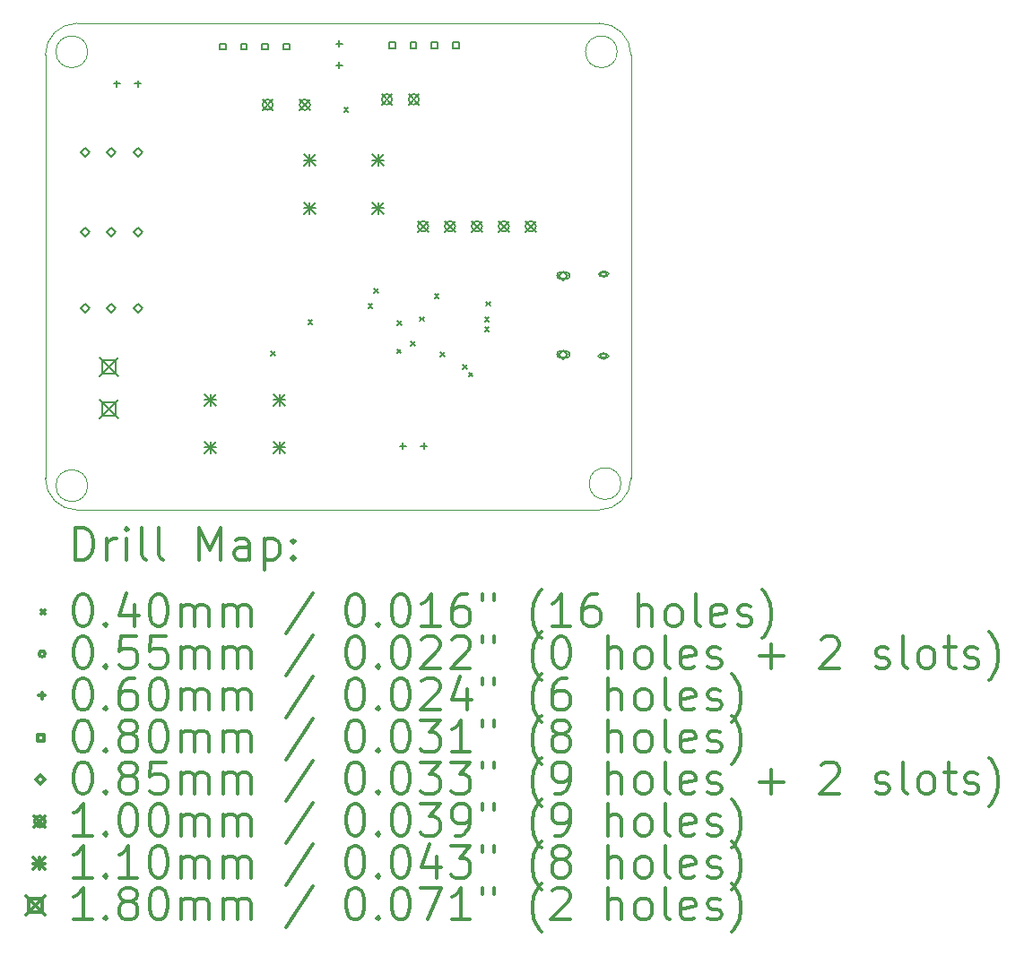
<source format=gbr>
%FSLAX45Y45*%
G04 Gerber Fmt 4.5, Leading zero omitted, Abs format (unit mm)*
G04 Created by KiCad (PCBNEW (5.1.6)-1) date 2021-06-25 13:52:58*
%MOMM*%
%LPD*%
G01*
G04 APERTURE LIST*
%TA.AperFunction,Profile*%
%ADD10C,0.050000*%
%TD*%
%ADD11C,0.200000*%
%ADD12C,0.300000*%
G04 APERTURE END LIST*
D10*
X11550000Y-10200000D02*
G75*
G03*
X11550000Y-10200000I-150000J0D01*
G01*
X16550000Y-10200000D02*
G75*
G03*
X16550000Y-10200000I-150000J0D01*
G01*
X16585000Y-14280000D02*
G75*
G03*
X16585000Y-14280000I-150000J0D01*
G01*
X11550000Y-14300000D02*
G75*
G03*
X11550000Y-14300000I-150000J0D01*
G01*
X11450000Y-14530000D02*
G75*
G02*
X11150000Y-14230000I0J300000D01*
G01*
X16680000Y-14230000D02*
G75*
G02*
X16380000Y-14530000I-300000J0D01*
G01*
X16380000Y-9930000D02*
G75*
G02*
X16680000Y-10230000I0J-300000D01*
G01*
X11150000Y-10230000D02*
G75*
G02*
X11450000Y-9930000I300000J0D01*
G01*
X11150000Y-14230000D02*
X11150000Y-10230000D01*
X16380000Y-14530000D02*
X11450000Y-14530000D01*
X16680000Y-10230000D02*
X16680000Y-14230000D01*
X11450000Y-9930000D02*
X16380000Y-9930000D01*
D11*
X13280000Y-13030000D02*
X13320000Y-13070000D01*
X13320000Y-13030000D02*
X13280000Y-13070000D01*
X13630908Y-12734999D02*
X13670908Y-12774999D01*
X13670908Y-12734999D02*
X13630908Y-12774999D01*
X13970000Y-10730000D02*
X14010000Y-10770000D01*
X14010000Y-10730000D02*
X13970000Y-10770000D01*
X14200000Y-12580000D02*
X14240000Y-12620000D01*
X14240000Y-12580000D02*
X14200000Y-12620000D01*
X14252286Y-12439436D02*
X14292286Y-12479436D01*
X14292286Y-12439436D02*
X14252286Y-12479436D01*
X14470000Y-13010000D02*
X14510000Y-13050000D01*
X14510000Y-13010000D02*
X14470000Y-13050000D01*
X14474668Y-12744435D02*
X14514668Y-12784435D01*
X14514668Y-12744435D02*
X14474668Y-12784435D01*
X14600000Y-12940000D02*
X14640000Y-12980000D01*
X14640000Y-12940000D02*
X14600000Y-12980000D01*
X14686271Y-12705332D02*
X14726271Y-12745332D01*
X14726271Y-12705332D02*
X14686271Y-12745332D01*
X14824647Y-12491666D02*
X14864647Y-12531666D01*
X14864647Y-12491666D02*
X14824647Y-12531666D01*
X14880000Y-13040000D02*
X14920000Y-13080000D01*
X14920000Y-13040000D02*
X14880000Y-13080000D01*
X15090000Y-13160000D02*
X15130000Y-13200000D01*
X15130000Y-13160000D02*
X15090000Y-13200000D01*
X15146223Y-13230278D02*
X15186223Y-13270278D01*
X15186223Y-13230278D02*
X15146223Y-13270278D01*
X15300000Y-12709999D02*
X15340000Y-12749999D01*
X15340000Y-12709999D02*
X15300000Y-12749999D01*
X15300000Y-12800000D02*
X15340000Y-12840000D01*
X15340000Y-12800000D02*
X15300000Y-12840000D01*
X15310000Y-12560000D02*
X15350000Y-12600000D01*
X15350000Y-12560000D02*
X15310000Y-12600000D01*
X16450000Y-12300000D02*
G75*
G03*
X16450000Y-12300000I-27500J0D01*
G01*
X16390000Y-12317500D02*
X16455000Y-12317500D01*
X16390000Y-12282500D02*
X16455000Y-12282500D01*
X16455000Y-12317500D02*
G75*
G03*
X16455000Y-12282500I0J17500D01*
G01*
X16390000Y-12282500D02*
G75*
G03*
X16390000Y-12317500I0J-17500D01*
G01*
X16450000Y-13075000D02*
G75*
G03*
X16450000Y-13075000I-27500J0D01*
G01*
X16390000Y-13092500D02*
X16455000Y-13092500D01*
X16390000Y-13057500D02*
X16455000Y-13057500D01*
X16455000Y-13092500D02*
G75*
G03*
X16455000Y-13057500I0J17500D01*
G01*
X16390000Y-13057500D02*
G75*
G03*
X16390000Y-13092500I0J-17500D01*
G01*
X14525000Y-13895000D02*
X14525000Y-13955000D01*
X14495000Y-13925000D02*
X14555000Y-13925000D01*
X14725000Y-13895000D02*
X14725000Y-13955000D01*
X14695000Y-13925000D02*
X14755000Y-13925000D01*
X11825000Y-10470000D02*
X11825000Y-10530000D01*
X11795000Y-10500000D02*
X11855000Y-10500000D01*
X12025000Y-10470000D02*
X12025000Y-10530000D01*
X11995000Y-10500000D02*
X12055000Y-10500000D01*
X13925000Y-10095000D02*
X13925000Y-10155000D01*
X13895000Y-10125000D02*
X13955000Y-10125000D01*
X13925000Y-10295000D02*
X13925000Y-10355000D01*
X13895000Y-10325000D02*
X13955000Y-10325000D01*
X12853284Y-10178285D02*
X12853284Y-10121716D01*
X12796715Y-10121716D01*
X12796715Y-10178285D01*
X12853284Y-10178285D01*
X13053284Y-10178285D02*
X13053284Y-10121716D01*
X12996715Y-10121716D01*
X12996715Y-10178285D01*
X13053284Y-10178285D01*
X13253284Y-10178285D02*
X13253284Y-10121716D01*
X13196715Y-10121716D01*
X13196715Y-10178285D01*
X13253284Y-10178285D01*
X13453284Y-10178285D02*
X13453284Y-10121716D01*
X13396715Y-10121716D01*
X13396715Y-10178285D01*
X13453284Y-10178285D01*
X14453284Y-10168285D02*
X14453284Y-10111716D01*
X14396715Y-10111716D01*
X14396715Y-10168285D01*
X14453284Y-10168285D01*
X14653284Y-10168285D02*
X14653284Y-10111716D01*
X14596715Y-10111716D01*
X14596715Y-10168285D01*
X14653284Y-10168285D01*
X14853284Y-10168285D02*
X14853284Y-10111716D01*
X14796715Y-10111716D01*
X14796715Y-10168285D01*
X14853284Y-10168285D01*
X15053284Y-10168285D02*
X15053284Y-10111716D01*
X14996715Y-10111716D01*
X14996715Y-10168285D01*
X15053284Y-10168285D01*
X11525000Y-12667500D02*
X11567500Y-12625000D01*
X11525000Y-12582500D01*
X11482500Y-12625000D01*
X11525000Y-12667500D01*
X11775000Y-12667500D02*
X11817500Y-12625000D01*
X11775000Y-12582500D01*
X11732500Y-12625000D01*
X11775000Y-12667500D01*
X12025000Y-12667500D02*
X12067500Y-12625000D01*
X12025000Y-12582500D01*
X11982500Y-12625000D01*
X12025000Y-12667500D01*
X11525000Y-11192500D02*
X11567500Y-11150000D01*
X11525000Y-11107500D01*
X11482500Y-11150000D01*
X11525000Y-11192500D01*
X11775000Y-11192500D02*
X11817500Y-11150000D01*
X11775000Y-11107500D01*
X11732500Y-11150000D01*
X11775000Y-11192500D01*
X12025000Y-11192500D02*
X12067500Y-11150000D01*
X12025000Y-11107500D01*
X11982500Y-11150000D01*
X12025000Y-11192500D01*
X16042500Y-12357500D02*
X16085000Y-12315000D01*
X16042500Y-12272500D01*
X16000000Y-12315000D01*
X16042500Y-12357500D01*
X16015000Y-12347500D02*
X16070000Y-12347500D01*
X16015000Y-12282500D02*
X16070000Y-12282500D01*
X16070000Y-12347500D02*
G75*
G03*
X16070000Y-12282500I0J32500D01*
G01*
X16015000Y-12282500D02*
G75*
G03*
X16015000Y-12347500I0J-32500D01*
G01*
X16042500Y-13102500D02*
X16085000Y-13060000D01*
X16042500Y-13017500D01*
X16000000Y-13060000D01*
X16042500Y-13102500D01*
X16015000Y-13092500D02*
X16070000Y-13092500D01*
X16015000Y-13027500D02*
X16070000Y-13027500D01*
X16070000Y-13092500D02*
G75*
G03*
X16070000Y-13027500I0J32500D01*
G01*
X16015000Y-13027500D02*
G75*
G03*
X16015000Y-13092500I0J-32500D01*
G01*
X11525000Y-11942500D02*
X11567500Y-11900000D01*
X11525000Y-11857500D01*
X11482500Y-11900000D01*
X11525000Y-11942500D01*
X11775000Y-11942500D02*
X11817500Y-11900000D01*
X11775000Y-11857500D01*
X11732500Y-11900000D01*
X11775000Y-11942500D01*
X12025000Y-11942500D02*
X12067500Y-11900000D01*
X12025000Y-11857500D01*
X11982500Y-11900000D01*
X12025000Y-11942500D01*
X13550000Y-10650000D02*
X13650000Y-10750000D01*
X13650000Y-10650000D02*
X13550000Y-10750000D01*
X13650000Y-10700000D02*
G75*
G03*
X13650000Y-10700000I-50000J0D01*
G01*
X14325000Y-10600000D02*
X14425000Y-10700000D01*
X14425000Y-10600000D02*
X14325000Y-10700000D01*
X14425000Y-10650000D02*
G75*
G03*
X14425000Y-10650000I-50000J0D01*
G01*
X14579000Y-10600000D02*
X14679000Y-10700000D01*
X14679000Y-10600000D02*
X14579000Y-10700000D01*
X14679000Y-10650000D02*
G75*
G03*
X14679000Y-10650000I-50000J0D01*
G01*
X13200000Y-10650000D02*
X13300000Y-10750000D01*
X13300000Y-10650000D02*
X13200000Y-10750000D01*
X13300000Y-10700000D02*
G75*
G03*
X13300000Y-10700000I-50000J0D01*
G01*
X14667000Y-11800000D02*
X14767000Y-11900000D01*
X14767000Y-11800000D02*
X14667000Y-11900000D01*
X14767000Y-11850000D02*
G75*
G03*
X14767000Y-11850000I-50000J0D01*
G01*
X14921000Y-11800000D02*
X15021000Y-11900000D01*
X15021000Y-11800000D02*
X14921000Y-11900000D01*
X15021000Y-11850000D02*
G75*
G03*
X15021000Y-11850000I-50000J0D01*
G01*
X15175000Y-11800000D02*
X15275000Y-11900000D01*
X15275000Y-11800000D02*
X15175000Y-11900000D01*
X15275000Y-11850000D02*
G75*
G03*
X15275000Y-11850000I-50000J0D01*
G01*
X15429000Y-11800000D02*
X15529000Y-11900000D01*
X15529000Y-11800000D02*
X15429000Y-11900000D01*
X15529000Y-11850000D02*
G75*
G03*
X15529000Y-11850000I-50000J0D01*
G01*
X15683000Y-11800000D02*
X15783000Y-11900000D01*
X15783000Y-11800000D02*
X15683000Y-11900000D01*
X15783000Y-11850000D02*
G75*
G03*
X15783000Y-11850000I-50000J0D01*
G01*
X12655000Y-13432500D02*
X12765000Y-13542500D01*
X12765000Y-13432500D02*
X12655000Y-13542500D01*
X12710000Y-13432500D02*
X12710000Y-13542500D01*
X12655000Y-13487500D02*
X12765000Y-13487500D01*
X12655000Y-13882500D02*
X12765000Y-13992500D01*
X12765000Y-13882500D02*
X12655000Y-13992500D01*
X12710000Y-13882500D02*
X12710000Y-13992500D01*
X12655000Y-13937500D02*
X12765000Y-13937500D01*
X13305000Y-13432500D02*
X13415000Y-13542500D01*
X13415000Y-13432500D02*
X13305000Y-13542500D01*
X13360000Y-13432500D02*
X13360000Y-13542500D01*
X13305000Y-13487500D02*
X13415000Y-13487500D01*
X13305000Y-13882500D02*
X13415000Y-13992500D01*
X13415000Y-13882500D02*
X13305000Y-13992500D01*
X13360000Y-13882500D02*
X13360000Y-13992500D01*
X13305000Y-13937500D02*
X13415000Y-13937500D01*
X13590000Y-11170000D02*
X13700000Y-11280000D01*
X13700000Y-11170000D02*
X13590000Y-11280000D01*
X13645000Y-11170000D02*
X13645000Y-11280000D01*
X13590000Y-11225000D02*
X13700000Y-11225000D01*
X13590000Y-11620000D02*
X13700000Y-11730000D01*
X13700000Y-11620000D02*
X13590000Y-11730000D01*
X13645000Y-11620000D02*
X13645000Y-11730000D01*
X13590000Y-11675000D02*
X13700000Y-11675000D01*
X14240000Y-11170000D02*
X14350000Y-11280000D01*
X14350000Y-11170000D02*
X14240000Y-11280000D01*
X14295000Y-11170000D02*
X14295000Y-11280000D01*
X14240000Y-11225000D02*
X14350000Y-11225000D01*
X14240000Y-11620000D02*
X14350000Y-11730000D01*
X14350000Y-11620000D02*
X14240000Y-11730000D01*
X14295000Y-11620000D02*
X14295000Y-11730000D01*
X14240000Y-11675000D02*
X14350000Y-11675000D01*
X11660000Y-13087000D02*
X11840000Y-13267000D01*
X11840000Y-13087000D02*
X11660000Y-13267000D01*
X11813640Y-13240640D02*
X11813640Y-13113360D01*
X11686360Y-13113360D01*
X11686360Y-13240640D01*
X11813640Y-13240640D01*
X11660000Y-13483000D02*
X11840000Y-13663000D01*
X11840000Y-13483000D02*
X11660000Y-13663000D01*
X11813640Y-13636640D02*
X11813640Y-13509360D01*
X11686360Y-13509360D01*
X11686360Y-13636640D01*
X11813640Y-13636640D01*
D12*
X11433928Y-14998214D02*
X11433928Y-14698214D01*
X11505357Y-14698214D01*
X11548214Y-14712500D01*
X11576786Y-14741071D01*
X11591071Y-14769643D01*
X11605357Y-14826786D01*
X11605357Y-14869643D01*
X11591071Y-14926786D01*
X11576786Y-14955357D01*
X11548214Y-14983929D01*
X11505357Y-14998214D01*
X11433928Y-14998214D01*
X11733928Y-14998214D02*
X11733928Y-14798214D01*
X11733928Y-14855357D02*
X11748214Y-14826786D01*
X11762500Y-14812500D01*
X11791071Y-14798214D01*
X11819643Y-14798214D01*
X11919643Y-14998214D02*
X11919643Y-14798214D01*
X11919643Y-14698214D02*
X11905357Y-14712500D01*
X11919643Y-14726786D01*
X11933928Y-14712500D01*
X11919643Y-14698214D01*
X11919643Y-14726786D01*
X12105357Y-14998214D02*
X12076786Y-14983929D01*
X12062500Y-14955357D01*
X12062500Y-14698214D01*
X12262500Y-14998214D02*
X12233928Y-14983929D01*
X12219643Y-14955357D01*
X12219643Y-14698214D01*
X12605357Y-14998214D02*
X12605357Y-14698214D01*
X12705357Y-14912500D01*
X12805357Y-14698214D01*
X12805357Y-14998214D01*
X13076786Y-14998214D02*
X13076786Y-14841071D01*
X13062500Y-14812500D01*
X13033928Y-14798214D01*
X12976786Y-14798214D01*
X12948214Y-14812500D01*
X13076786Y-14983929D02*
X13048214Y-14998214D01*
X12976786Y-14998214D01*
X12948214Y-14983929D01*
X12933928Y-14955357D01*
X12933928Y-14926786D01*
X12948214Y-14898214D01*
X12976786Y-14883929D01*
X13048214Y-14883929D01*
X13076786Y-14869643D01*
X13219643Y-14798214D02*
X13219643Y-15098214D01*
X13219643Y-14812500D02*
X13248214Y-14798214D01*
X13305357Y-14798214D01*
X13333928Y-14812500D01*
X13348214Y-14826786D01*
X13362500Y-14855357D01*
X13362500Y-14941071D01*
X13348214Y-14969643D01*
X13333928Y-14983929D01*
X13305357Y-14998214D01*
X13248214Y-14998214D01*
X13219643Y-14983929D01*
X13491071Y-14969643D02*
X13505357Y-14983929D01*
X13491071Y-14998214D01*
X13476786Y-14983929D01*
X13491071Y-14969643D01*
X13491071Y-14998214D01*
X13491071Y-14812500D02*
X13505357Y-14826786D01*
X13491071Y-14841071D01*
X13476786Y-14826786D01*
X13491071Y-14812500D01*
X13491071Y-14841071D01*
X11107500Y-15472500D02*
X11147500Y-15512500D01*
X11147500Y-15472500D02*
X11107500Y-15512500D01*
X11491071Y-15328214D02*
X11519643Y-15328214D01*
X11548214Y-15342500D01*
X11562500Y-15356786D01*
X11576786Y-15385357D01*
X11591071Y-15442500D01*
X11591071Y-15513929D01*
X11576786Y-15571071D01*
X11562500Y-15599643D01*
X11548214Y-15613929D01*
X11519643Y-15628214D01*
X11491071Y-15628214D01*
X11462500Y-15613929D01*
X11448214Y-15599643D01*
X11433928Y-15571071D01*
X11419643Y-15513929D01*
X11419643Y-15442500D01*
X11433928Y-15385357D01*
X11448214Y-15356786D01*
X11462500Y-15342500D01*
X11491071Y-15328214D01*
X11719643Y-15599643D02*
X11733928Y-15613929D01*
X11719643Y-15628214D01*
X11705357Y-15613929D01*
X11719643Y-15599643D01*
X11719643Y-15628214D01*
X11991071Y-15428214D02*
X11991071Y-15628214D01*
X11919643Y-15313929D02*
X11848214Y-15528214D01*
X12033928Y-15528214D01*
X12205357Y-15328214D02*
X12233928Y-15328214D01*
X12262500Y-15342500D01*
X12276786Y-15356786D01*
X12291071Y-15385357D01*
X12305357Y-15442500D01*
X12305357Y-15513929D01*
X12291071Y-15571071D01*
X12276786Y-15599643D01*
X12262500Y-15613929D01*
X12233928Y-15628214D01*
X12205357Y-15628214D01*
X12176786Y-15613929D01*
X12162500Y-15599643D01*
X12148214Y-15571071D01*
X12133928Y-15513929D01*
X12133928Y-15442500D01*
X12148214Y-15385357D01*
X12162500Y-15356786D01*
X12176786Y-15342500D01*
X12205357Y-15328214D01*
X12433928Y-15628214D02*
X12433928Y-15428214D01*
X12433928Y-15456786D02*
X12448214Y-15442500D01*
X12476786Y-15428214D01*
X12519643Y-15428214D01*
X12548214Y-15442500D01*
X12562500Y-15471071D01*
X12562500Y-15628214D01*
X12562500Y-15471071D02*
X12576786Y-15442500D01*
X12605357Y-15428214D01*
X12648214Y-15428214D01*
X12676786Y-15442500D01*
X12691071Y-15471071D01*
X12691071Y-15628214D01*
X12833928Y-15628214D02*
X12833928Y-15428214D01*
X12833928Y-15456786D02*
X12848214Y-15442500D01*
X12876786Y-15428214D01*
X12919643Y-15428214D01*
X12948214Y-15442500D01*
X12962500Y-15471071D01*
X12962500Y-15628214D01*
X12962500Y-15471071D02*
X12976786Y-15442500D01*
X13005357Y-15428214D01*
X13048214Y-15428214D01*
X13076786Y-15442500D01*
X13091071Y-15471071D01*
X13091071Y-15628214D01*
X13676786Y-15313929D02*
X13419643Y-15699643D01*
X14062500Y-15328214D02*
X14091071Y-15328214D01*
X14119643Y-15342500D01*
X14133928Y-15356786D01*
X14148214Y-15385357D01*
X14162500Y-15442500D01*
X14162500Y-15513929D01*
X14148214Y-15571071D01*
X14133928Y-15599643D01*
X14119643Y-15613929D01*
X14091071Y-15628214D01*
X14062500Y-15628214D01*
X14033928Y-15613929D01*
X14019643Y-15599643D01*
X14005357Y-15571071D01*
X13991071Y-15513929D01*
X13991071Y-15442500D01*
X14005357Y-15385357D01*
X14019643Y-15356786D01*
X14033928Y-15342500D01*
X14062500Y-15328214D01*
X14291071Y-15599643D02*
X14305357Y-15613929D01*
X14291071Y-15628214D01*
X14276786Y-15613929D01*
X14291071Y-15599643D01*
X14291071Y-15628214D01*
X14491071Y-15328214D02*
X14519643Y-15328214D01*
X14548214Y-15342500D01*
X14562500Y-15356786D01*
X14576786Y-15385357D01*
X14591071Y-15442500D01*
X14591071Y-15513929D01*
X14576786Y-15571071D01*
X14562500Y-15599643D01*
X14548214Y-15613929D01*
X14519643Y-15628214D01*
X14491071Y-15628214D01*
X14462500Y-15613929D01*
X14448214Y-15599643D01*
X14433928Y-15571071D01*
X14419643Y-15513929D01*
X14419643Y-15442500D01*
X14433928Y-15385357D01*
X14448214Y-15356786D01*
X14462500Y-15342500D01*
X14491071Y-15328214D01*
X14876786Y-15628214D02*
X14705357Y-15628214D01*
X14791071Y-15628214D02*
X14791071Y-15328214D01*
X14762500Y-15371071D01*
X14733928Y-15399643D01*
X14705357Y-15413929D01*
X15133928Y-15328214D02*
X15076786Y-15328214D01*
X15048214Y-15342500D01*
X15033928Y-15356786D01*
X15005357Y-15399643D01*
X14991071Y-15456786D01*
X14991071Y-15571071D01*
X15005357Y-15599643D01*
X15019643Y-15613929D01*
X15048214Y-15628214D01*
X15105357Y-15628214D01*
X15133928Y-15613929D01*
X15148214Y-15599643D01*
X15162500Y-15571071D01*
X15162500Y-15499643D01*
X15148214Y-15471071D01*
X15133928Y-15456786D01*
X15105357Y-15442500D01*
X15048214Y-15442500D01*
X15019643Y-15456786D01*
X15005357Y-15471071D01*
X14991071Y-15499643D01*
X15276786Y-15328214D02*
X15276786Y-15385357D01*
X15391071Y-15328214D02*
X15391071Y-15385357D01*
X15833928Y-15742500D02*
X15819643Y-15728214D01*
X15791071Y-15685357D01*
X15776786Y-15656786D01*
X15762500Y-15613929D01*
X15748214Y-15542500D01*
X15748214Y-15485357D01*
X15762500Y-15413929D01*
X15776786Y-15371071D01*
X15791071Y-15342500D01*
X15819643Y-15299643D01*
X15833928Y-15285357D01*
X16105357Y-15628214D02*
X15933928Y-15628214D01*
X16019643Y-15628214D02*
X16019643Y-15328214D01*
X15991071Y-15371071D01*
X15962500Y-15399643D01*
X15933928Y-15413929D01*
X16362500Y-15328214D02*
X16305357Y-15328214D01*
X16276786Y-15342500D01*
X16262500Y-15356786D01*
X16233928Y-15399643D01*
X16219643Y-15456786D01*
X16219643Y-15571071D01*
X16233928Y-15599643D01*
X16248214Y-15613929D01*
X16276786Y-15628214D01*
X16333928Y-15628214D01*
X16362500Y-15613929D01*
X16376786Y-15599643D01*
X16391071Y-15571071D01*
X16391071Y-15499643D01*
X16376786Y-15471071D01*
X16362500Y-15456786D01*
X16333928Y-15442500D01*
X16276786Y-15442500D01*
X16248214Y-15456786D01*
X16233928Y-15471071D01*
X16219643Y-15499643D01*
X16748214Y-15628214D02*
X16748214Y-15328214D01*
X16876786Y-15628214D02*
X16876786Y-15471071D01*
X16862500Y-15442500D01*
X16833928Y-15428214D01*
X16791071Y-15428214D01*
X16762500Y-15442500D01*
X16748214Y-15456786D01*
X17062500Y-15628214D02*
X17033928Y-15613929D01*
X17019643Y-15599643D01*
X17005357Y-15571071D01*
X17005357Y-15485357D01*
X17019643Y-15456786D01*
X17033928Y-15442500D01*
X17062500Y-15428214D01*
X17105357Y-15428214D01*
X17133928Y-15442500D01*
X17148214Y-15456786D01*
X17162500Y-15485357D01*
X17162500Y-15571071D01*
X17148214Y-15599643D01*
X17133928Y-15613929D01*
X17105357Y-15628214D01*
X17062500Y-15628214D01*
X17333928Y-15628214D02*
X17305357Y-15613929D01*
X17291071Y-15585357D01*
X17291071Y-15328214D01*
X17562500Y-15613929D02*
X17533928Y-15628214D01*
X17476786Y-15628214D01*
X17448214Y-15613929D01*
X17433928Y-15585357D01*
X17433928Y-15471071D01*
X17448214Y-15442500D01*
X17476786Y-15428214D01*
X17533928Y-15428214D01*
X17562500Y-15442500D01*
X17576786Y-15471071D01*
X17576786Y-15499643D01*
X17433928Y-15528214D01*
X17691071Y-15613929D02*
X17719643Y-15628214D01*
X17776786Y-15628214D01*
X17805357Y-15613929D01*
X17819643Y-15585357D01*
X17819643Y-15571071D01*
X17805357Y-15542500D01*
X17776786Y-15528214D01*
X17733928Y-15528214D01*
X17705357Y-15513929D01*
X17691071Y-15485357D01*
X17691071Y-15471071D01*
X17705357Y-15442500D01*
X17733928Y-15428214D01*
X17776786Y-15428214D01*
X17805357Y-15442500D01*
X17919643Y-15742500D02*
X17933928Y-15728214D01*
X17962500Y-15685357D01*
X17976786Y-15656786D01*
X17991071Y-15613929D01*
X18005357Y-15542500D01*
X18005357Y-15485357D01*
X17991071Y-15413929D01*
X17976786Y-15371071D01*
X17962500Y-15342500D01*
X17933928Y-15299643D01*
X17919643Y-15285357D01*
X11147500Y-15888500D02*
G75*
G03*
X11147500Y-15888500I-27500J0D01*
G01*
X11491071Y-15724214D02*
X11519643Y-15724214D01*
X11548214Y-15738500D01*
X11562500Y-15752786D01*
X11576786Y-15781357D01*
X11591071Y-15838500D01*
X11591071Y-15909929D01*
X11576786Y-15967071D01*
X11562500Y-15995643D01*
X11548214Y-16009929D01*
X11519643Y-16024214D01*
X11491071Y-16024214D01*
X11462500Y-16009929D01*
X11448214Y-15995643D01*
X11433928Y-15967071D01*
X11419643Y-15909929D01*
X11419643Y-15838500D01*
X11433928Y-15781357D01*
X11448214Y-15752786D01*
X11462500Y-15738500D01*
X11491071Y-15724214D01*
X11719643Y-15995643D02*
X11733928Y-16009929D01*
X11719643Y-16024214D01*
X11705357Y-16009929D01*
X11719643Y-15995643D01*
X11719643Y-16024214D01*
X12005357Y-15724214D02*
X11862500Y-15724214D01*
X11848214Y-15867071D01*
X11862500Y-15852786D01*
X11891071Y-15838500D01*
X11962500Y-15838500D01*
X11991071Y-15852786D01*
X12005357Y-15867071D01*
X12019643Y-15895643D01*
X12019643Y-15967071D01*
X12005357Y-15995643D01*
X11991071Y-16009929D01*
X11962500Y-16024214D01*
X11891071Y-16024214D01*
X11862500Y-16009929D01*
X11848214Y-15995643D01*
X12291071Y-15724214D02*
X12148214Y-15724214D01*
X12133928Y-15867071D01*
X12148214Y-15852786D01*
X12176786Y-15838500D01*
X12248214Y-15838500D01*
X12276786Y-15852786D01*
X12291071Y-15867071D01*
X12305357Y-15895643D01*
X12305357Y-15967071D01*
X12291071Y-15995643D01*
X12276786Y-16009929D01*
X12248214Y-16024214D01*
X12176786Y-16024214D01*
X12148214Y-16009929D01*
X12133928Y-15995643D01*
X12433928Y-16024214D02*
X12433928Y-15824214D01*
X12433928Y-15852786D02*
X12448214Y-15838500D01*
X12476786Y-15824214D01*
X12519643Y-15824214D01*
X12548214Y-15838500D01*
X12562500Y-15867071D01*
X12562500Y-16024214D01*
X12562500Y-15867071D02*
X12576786Y-15838500D01*
X12605357Y-15824214D01*
X12648214Y-15824214D01*
X12676786Y-15838500D01*
X12691071Y-15867071D01*
X12691071Y-16024214D01*
X12833928Y-16024214D02*
X12833928Y-15824214D01*
X12833928Y-15852786D02*
X12848214Y-15838500D01*
X12876786Y-15824214D01*
X12919643Y-15824214D01*
X12948214Y-15838500D01*
X12962500Y-15867071D01*
X12962500Y-16024214D01*
X12962500Y-15867071D02*
X12976786Y-15838500D01*
X13005357Y-15824214D01*
X13048214Y-15824214D01*
X13076786Y-15838500D01*
X13091071Y-15867071D01*
X13091071Y-16024214D01*
X13676786Y-15709929D02*
X13419643Y-16095643D01*
X14062500Y-15724214D02*
X14091071Y-15724214D01*
X14119643Y-15738500D01*
X14133928Y-15752786D01*
X14148214Y-15781357D01*
X14162500Y-15838500D01*
X14162500Y-15909929D01*
X14148214Y-15967071D01*
X14133928Y-15995643D01*
X14119643Y-16009929D01*
X14091071Y-16024214D01*
X14062500Y-16024214D01*
X14033928Y-16009929D01*
X14019643Y-15995643D01*
X14005357Y-15967071D01*
X13991071Y-15909929D01*
X13991071Y-15838500D01*
X14005357Y-15781357D01*
X14019643Y-15752786D01*
X14033928Y-15738500D01*
X14062500Y-15724214D01*
X14291071Y-15995643D02*
X14305357Y-16009929D01*
X14291071Y-16024214D01*
X14276786Y-16009929D01*
X14291071Y-15995643D01*
X14291071Y-16024214D01*
X14491071Y-15724214D02*
X14519643Y-15724214D01*
X14548214Y-15738500D01*
X14562500Y-15752786D01*
X14576786Y-15781357D01*
X14591071Y-15838500D01*
X14591071Y-15909929D01*
X14576786Y-15967071D01*
X14562500Y-15995643D01*
X14548214Y-16009929D01*
X14519643Y-16024214D01*
X14491071Y-16024214D01*
X14462500Y-16009929D01*
X14448214Y-15995643D01*
X14433928Y-15967071D01*
X14419643Y-15909929D01*
X14419643Y-15838500D01*
X14433928Y-15781357D01*
X14448214Y-15752786D01*
X14462500Y-15738500D01*
X14491071Y-15724214D01*
X14705357Y-15752786D02*
X14719643Y-15738500D01*
X14748214Y-15724214D01*
X14819643Y-15724214D01*
X14848214Y-15738500D01*
X14862500Y-15752786D01*
X14876786Y-15781357D01*
X14876786Y-15809929D01*
X14862500Y-15852786D01*
X14691071Y-16024214D01*
X14876786Y-16024214D01*
X14991071Y-15752786D02*
X15005357Y-15738500D01*
X15033928Y-15724214D01*
X15105357Y-15724214D01*
X15133928Y-15738500D01*
X15148214Y-15752786D01*
X15162500Y-15781357D01*
X15162500Y-15809929D01*
X15148214Y-15852786D01*
X14976786Y-16024214D01*
X15162500Y-16024214D01*
X15276786Y-15724214D02*
X15276786Y-15781357D01*
X15391071Y-15724214D02*
X15391071Y-15781357D01*
X15833928Y-16138500D02*
X15819643Y-16124214D01*
X15791071Y-16081357D01*
X15776786Y-16052786D01*
X15762500Y-16009929D01*
X15748214Y-15938500D01*
X15748214Y-15881357D01*
X15762500Y-15809929D01*
X15776786Y-15767071D01*
X15791071Y-15738500D01*
X15819643Y-15695643D01*
X15833928Y-15681357D01*
X16005357Y-15724214D02*
X16033928Y-15724214D01*
X16062500Y-15738500D01*
X16076786Y-15752786D01*
X16091071Y-15781357D01*
X16105357Y-15838500D01*
X16105357Y-15909929D01*
X16091071Y-15967071D01*
X16076786Y-15995643D01*
X16062500Y-16009929D01*
X16033928Y-16024214D01*
X16005357Y-16024214D01*
X15976786Y-16009929D01*
X15962500Y-15995643D01*
X15948214Y-15967071D01*
X15933928Y-15909929D01*
X15933928Y-15838500D01*
X15948214Y-15781357D01*
X15962500Y-15752786D01*
X15976786Y-15738500D01*
X16005357Y-15724214D01*
X16462500Y-16024214D02*
X16462500Y-15724214D01*
X16591071Y-16024214D02*
X16591071Y-15867071D01*
X16576786Y-15838500D01*
X16548214Y-15824214D01*
X16505357Y-15824214D01*
X16476786Y-15838500D01*
X16462500Y-15852786D01*
X16776786Y-16024214D02*
X16748214Y-16009929D01*
X16733928Y-15995643D01*
X16719643Y-15967071D01*
X16719643Y-15881357D01*
X16733928Y-15852786D01*
X16748214Y-15838500D01*
X16776786Y-15824214D01*
X16819643Y-15824214D01*
X16848214Y-15838500D01*
X16862500Y-15852786D01*
X16876786Y-15881357D01*
X16876786Y-15967071D01*
X16862500Y-15995643D01*
X16848214Y-16009929D01*
X16819643Y-16024214D01*
X16776786Y-16024214D01*
X17048214Y-16024214D02*
X17019643Y-16009929D01*
X17005357Y-15981357D01*
X17005357Y-15724214D01*
X17276786Y-16009929D02*
X17248214Y-16024214D01*
X17191071Y-16024214D01*
X17162500Y-16009929D01*
X17148214Y-15981357D01*
X17148214Y-15867071D01*
X17162500Y-15838500D01*
X17191071Y-15824214D01*
X17248214Y-15824214D01*
X17276786Y-15838500D01*
X17291071Y-15867071D01*
X17291071Y-15895643D01*
X17148214Y-15924214D01*
X17405357Y-16009929D02*
X17433928Y-16024214D01*
X17491071Y-16024214D01*
X17519643Y-16009929D01*
X17533928Y-15981357D01*
X17533928Y-15967071D01*
X17519643Y-15938500D01*
X17491071Y-15924214D01*
X17448214Y-15924214D01*
X17419643Y-15909929D01*
X17405357Y-15881357D01*
X17405357Y-15867071D01*
X17419643Y-15838500D01*
X17448214Y-15824214D01*
X17491071Y-15824214D01*
X17519643Y-15838500D01*
X17891071Y-15909929D02*
X18119643Y-15909929D01*
X18005357Y-16024214D02*
X18005357Y-15795643D01*
X18476786Y-15752786D02*
X18491071Y-15738500D01*
X18519643Y-15724214D01*
X18591071Y-15724214D01*
X18619643Y-15738500D01*
X18633928Y-15752786D01*
X18648214Y-15781357D01*
X18648214Y-15809929D01*
X18633928Y-15852786D01*
X18462500Y-16024214D01*
X18648214Y-16024214D01*
X18991071Y-16009929D02*
X19019643Y-16024214D01*
X19076786Y-16024214D01*
X19105357Y-16009929D01*
X19119643Y-15981357D01*
X19119643Y-15967071D01*
X19105357Y-15938500D01*
X19076786Y-15924214D01*
X19033928Y-15924214D01*
X19005357Y-15909929D01*
X18991071Y-15881357D01*
X18991071Y-15867071D01*
X19005357Y-15838500D01*
X19033928Y-15824214D01*
X19076786Y-15824214D01*
X19105357Y-15838500D01*
X19291071Y-16024214D02*
X19262500Y-16009929D01*
X19248214Y-15981357D01*
X19248214Y-15724214D01*
X19448214Y-16024214D02*
X19419643Y-16009929D01*
X19405357Y-15995643D01*
X19391071Y-15967071D01*
X19391071Y-15881357D01*
X19405357Y-15852786D01*
X19419643Y-15838500D01*
X19448214Y-15824214D01*
X19491071Y-15824214D01*
X19519643Y-15838500D01*
X19533928Y-15852786D01*
X19548214Y-15881357D01*
X19548214Y-15967071D01*
X19533928Y-15995643D01*
X19519643Y-16009929D01*
X19491071Y-16024214D01*
X19448214Y-16024214D01*
X19633928Y-15824214D02*
X19748214Y-15824214D01*
X19676786Y-15724214D02*
X19676786Y-15981357D01*
X19691071Y-16009929D01*
X19719643Y-16024214D01*
X19748214Y-16024214D01*
X19833928Y-16009929D02*
X19862500Y-16024214D01*
X19919643Y-16024214D01*
X19948214Y-16009929D01*
X19962500Y-15981357D01*
X19962500Y-15967071D01*
X19948214Y-15938500D01*
X19919643Y-15924214D01*
X19876786Y-15924214D01*
X19848214Y-15909929D01*
X19833928Y-15881357D01*
X19833928Y-15867071D01*
X19848214Y-15838500D01*
X19876786Y-15824214D01*
X19919643Y-15824214D01*
X19948214Y-15838500D01*
X20062500Y-16138500D02*
X20076786Y-16124214D01*
X20105357Y-16081357D01*
X20119643Y-16052786D01*
X20133928Y-16009929D01*
X20148214Y-15938500D01*
X20148214Y-15881357D01*
X20133928Y-15809929D01*
X20119643Y-15767071D01*
X20105357Y-15738500D01*
X20076786Y-15695643D01*
X20062500Y-15681357D01*
X11117500Y-16254500D02*
X11117500Y-16314500D01*
X11087500Y-16284500D02*
X11147500Y-16284500D01*
X11491071Y-16120214D02*
X11519643Y-16120214D01*
X11548214Y-16134500D01*
X11562500Y-16148786D01*
X11576786Y-16177357D01*
X11591071Y-16234500D01*
X11591071Y-16305929D01*
X11576786Y-16363071D01*
X11562500Y-16391643D01*
X11548214Y-16405929D01*
X11519643Y-16420214D01*
X11491071Y-16420214D01*
X11462500Y-16405929D01*
X11448214Y-16391643D01*
X11433928Y-16363071D01*
X11419643Y-16305929D01*
X11419643Y-16234500D01*
X11433928Y-16177357D01*
X11448214Y-16148786D01*
X11462500Y-16134500D01*
X11491071Y-16120214D01*
X11719643Y-16391643D02*
X11733928Y-16405929D01*
X11719643Y-16420214D01*
X11705357Y-16405929D01*
X11719643Y-16391643D01*
X11719643Y-16420214D01*
X11991071Y-16120214D02*
X11933928Y-16120214D01*
X11905357Y-16134500D01*
X11891071Y-16148786D01*
X11862500Y-16191643D01*
X11848214Y-16248786D01*
X11848214Y-16363071D01*
X11862500Y-16391643D01*
X11876786Y-16405929D01*
X11905357Y-16420214D01*
X11962500Y-16420214D01*
X11991071Y-16405929D01*
X12005357Y-16391643D01*
X12019643Y-16363071D01*
X12019643Y-16291643D01*
X12005357Y-16263071D01*
X11991071Y-16248786D01*
X11962500Y-16234500D01*
X11905357Y-16234500D01*
X11876786Y-16248786D01*
X11862500Y-16263071D01*
X11848214Y-16291643D01*
X12205357Y-16120214D02*
X12233928Y-16120214D01*
X12262500Y-16134500D01*
X12276786Y-16148786D01*
X12291071Y-16177357D01*
X12305357Y-16234500D01*
X12305357Y-16305929D01*
X12291071Y-16363071D01*
X12276786Y-16391643D01*
X12262500Y-16405929D01*
X12233928Y-16420214D01*
X12205357Y-16420214D01*
X12176786Y-16405929D01*
X12162500Y-16391643D01*
X12148214Y-16363071D01*
X12133928Y-16305929D01*
X12133928Y-16234500D01*
X12148214Y-16177357D01*
X12162500Y-16148786D01*
X12176786Y-16134500D01*
X12205357Y-16120214D01*
X12433928Y-16420214D02*
X12433928Y-16220214D01*
X12433928Y-16248786D02*
X12448214Y-16234500D01*
X12476786Y-16220214D01*
X12519643Y-16220214D01*
X12548214Y-16234500D01*
X12562500Y-16263071D01*
X12562500Y-16420214D01*
X12562500Y-16263071D02*
X12576786Y-16234500D01*
X12605357Y-16220214D01*
X12648214Y-16220214D01*
X12676786Y-16234500D01*
X12691071Y-16263071D01*
X12691071Y-16420214D01*
X12833928Y-16420214D02*
X12833928Y-16220214D01*
X12833928Y-16248786D02*
X12848214Y-16234500D01*
X12876786Y-16220214D01*
X12919643Y-16220214D01*
X12948214Y-16234500D01*
X12962500Y-16263071D01*
X12962500Y-16420214D01*
X12962500Y-16263071D02*
X12976786Y-16234500D01*
X13005357Y-16220214D01*
X13048214Y-16220214D01*
X13076786Y-16234500D01*
X13091071Y-16263071D01*
X13091071Y-16420214D01*
X13676786Y-16105929D02*
X13419643Y-16491643D01*
X14062500Y-16120214D02*
X14091071Y-16120214D01*
X14119643Y-16134500D01*
X14133928Y-16148786D01*
X14148214Y-16177357D01*
X14162500Y-16234500D01*
X14162500Y-16305929D01*
X14148214Y-16363071D01*
X14133928Y-16391643D01*
X14119643Y-16405929D01*
X14091071Y-16420214D01*
X14062500Y-16420214D01*
X14033928Y-16405929D01*
X14019643Y-16391643D01*
X14005357Y-16363071D01*
X13991071Y-16305929D01*
X13991071Y-16234500D01*
X14005357Y-16177357D01*
X14019643Y-16148786D01*
X14033928Y-16134500D01*
X14062500Y-16120214D01*
X14291071Y-16391643D02*
X14305357Y-16405929D01*
X14291071Y-16420214D01*
X14276786Y-16405929D01*
X14291071Y-16391643D01*
X14291071Y-16420214D01*
X14491071Y-16120214D02*
X14519643Y-16120214D01*
X14548214Y-16134500D01*
X14562500Y-16148786D01*
X14576786Y-16177357D01*
X14591071Y-16234500D01*
X14591071Y-16305929D01*
X14576786Y-16363071D01*
X14562500Y-16391643D01*
X14548214Y-16405929D01*
X14519643Y-16420214D01*
X14491071Y-16420214D01*
X14462500Y-16405929D01*
X14448214Y-16391643D01*
X14433928Y-16363071D01*
X14419643Y-16305929D01*
X14419643Y-16234500D01*
X14433928Y-16177357D01*
X14448214Y-16148786D01*
X14462500Y-16134500D01*
X14491071Y-16120214D01*
X14705357Y-16148786D02*
X14719643Y-16134500D01*
X14748214Y-16120214D01*
X14819643Y-16120214D01*
X14848214Y-16134500D01*
X14862500Y-16148786D01*
X14876786Y-16177357D01*
X14876786Y-16205929D01*
X14862500Y-16248786D01*
X14691071Y-16420214D01*
X14876786Y-16420214D01*
X15133928Y-16220214D02*
X15133928Y-16420214D01*
X15062500Y-16105929D02*
X14991071Y-16320214D01*
X15176786Y-16320214D01*
X15276786Y-16120214D02*
X15276786Y-16177357D01*
X15391071Y-16120214D02*
X15391071Y-16177357D01*
X15833928Y-16534500D02*
X15819643Y-16520214D01*
X15791071Y-16477357D01*
X15776786Y-16448786D01*
X15762500Y-16405929D01*
X15748214Y-16334500D01*
X15748214Y-16277357D01*
X15762500Y-16205929D01*
X15776786Y-16163071D01*
X15791071Y-16134500D01*
X15819643Y-16091643D01*
X15833928Y-16077357D01*
X16076786Y-16120214D02*
X16019643Y-16120214D01*
X15991071Y-16134500D01*
X15976786Y-16148786D01*
X15948214Y-16191643D01*
X15933928Y-16248786D01*
X15933928Y-16363071D01*
X15948214Y-16391643D01*
X15962500Y-16405929D01*
X15991071Y-16420214D01*
X16048214Y-16420214D01*
X16076786Y-16405929D01*
X16091071Y-16391643D01*
X16105357Y-16363071D01*
X16105357Y-16291643D01*
X16091071Y-16263071D01*
X16076786Y-16248786D01*
X16048214Y-16234500D01*
X15991071Y-16234500D01*
X15962500Y-16248786D01*
X15948214Y-16263071D01*
X15933928Y-16291643D01*
X16462500Y-16420214D02*
X16462500Y-16120214D01*
X16591071Y-16420214D02*
X16591071Y-16263071D01*
X16576786Y-16234500D01*
X16548214Y-16220214D01*
X16505357Y-16220214D01*
X16476786Y-16234500D01*
X16462500Y-16248786D01*
X16776786Y-16420214D02*
X16748214Y-16405929D01*
X16733928Y-16391643D01*
X16719643Y-16363071D01*
X16719643Y-16277357D01*
X16733928Y-16248786D01*
X16748214Y-16234500D01*
X16776786Y-16220214D01*
X16819643Y-16220214D01*
X16848214Y-16234500D01*
X16862500Y-16248786D01*
X16876786Y-16277357D01*
X16876786Y-16363071D01*
X16862500Y-16391643D01*
X16848214Y-16405929D01*
X16819643Y-16420214D01*
X16776786Y-16420214D01*
X17048214Y-16420214D02*
X17019643Y-16405929D01*
X17005357Y-16377357D01*
X17005357Y-16120214D01*
X17276786Y-16405929D02*
X17248214Y-16420214D01*
X17191071Y-16420214D01*
X17162500Y-16405929D01*
X17148214Y-16377357D01*
X17148214Y-16263071D01*
X17162500Y-16234500D01*
X17191071Y-16220214D01*
X17248214Y-16220214D01*
X17276786Y-16234500D01*
X17291071Y-16263071D01*
X17291071Y-16291643D01*
X17148214Y-16320214D01*
X17405357Y-16405929D02*
X17433928Y-16420214D01*
X17491071Y-16420214D01*
X17519643Y-16405929D01*
X17533928Y-16377357D01*
X17533928Y-16363071D01*
X17519643Y-16334500D01*
X17491071Y-16320214D01*
X17448214Y-16320214D01*
X17419643Y-16305929D01*
X17405357Y-16277357D01*
X17405357Y-16263071D01*
X17419643Y-16234500D01*
X17448214Y-16220214D01*
X17491071Y-16220214D01*
X17519643Y-16234500D01*
X17633928Y-16534500D02*
X17648214Y-16520214D01*
X17676786Y-16477357D01*
X17691071Y-16448786D01*
X17705357Y-16405929D01*
X17719643Y-16334500D01*
X17719643Y-16277357D01*
X17705357Y-16205929D01*
X17691071Y-16163071D01*
X17676786Y-16134500D01*
X17648214Y-16091643D01*
X17633928Y-16077357D01*
X11135784Y-16708785D02*
X11135784Y-16652216D01*
X11079215Y-16652216D01*
X11079215Y-16708785D01*
X11135784Y-16708785D01*
X11491071Y-16516214D02*
X11519643Y-16516214D01*
X11548214Y-16530500D01*
X11562500Y-16544786D01*
X11576786Y-16573357D01*
X11591071Y-16630500D01*
X11591071Y-16701929D01*
X11576786Y-16759071D01*
X11562500Y-16787643D01*
X11548214Y-16801929D01*
X11519643Y-16816214D01*
X11491071Y-16816214D01*
X11462500Y-16801929D01*
X11448214Y-16787643D01*
X11433928Y-16759071D01*
X11419643Y-16701929D01*
X11419643Y-16630500D01*
X11433928Y-16573357D01*
X11448214Y-16544786D01*
X11462500Y-16530500D01*
X11491071Y-16516214D01*
X11719643Y-16787643D02*
X11733928Y-16801929D01*
X11719643Y-16816214D01*
X11705357Y-16801929D01*
X11719643Y-16787643D01*
X11719643Y-16816214D01*
X11905357Y-16644786D02*
X11876786Y-16630500D01*
X11862500Y-16616214D01*
X11848214Y-16587643D01*
X11848214Y-16573357D01*
X11862500Y-16544786D01*
X11876786Y-16530500D01*
X11905357Y-16516214D01*
X11962500Y-16516214D01*
X11991071Y-16530500D01*
X12005357Y-16544786D01*
X12019643Y-16573357D01*
X12019643Y-16587643D01*
X12005357Y-16616214D01*
X11991071Y-16630500D01*
X11962500Y-16644786D01*
X11905357Y-16644786D01*
X11876786Y-16659071D01*
X11862500Y-16673357D01*
X11848214Y-16701929D01*
X11848214Y-16759071D01*
X11862500Y-16787643D01*
X11876786Y-16801929D01*
X11905357Y-16816214D01*
X11962500Y-16816214D01*
X11991071Y-16801929D01*
X12005357Y-16787643D01*
X12019643Y-16759071D01*
X12019643Y-16701929D01*
X12005357Y-16673357D01*
X11991071Y-16659071D01*
X11962500Y-16644786D01*
X12205357Y-16516214D02*
X12233928Y-16516214D01*
X12262500Y-16530500D01*
X12276786Y-16544786D01*
X12291071Y-16573357D01*
X12305357Y-16630500D01*
X12305357Y-16701929D01*
X12291071Y-16759071D01*
X12276786Y-16787643D01*
X12262500Y-16801929D01*
X12233928Y-16816214D01*
X12205357Y-16816214D01*
X12176786Y-16801929D01*
X12162500Y-16787643D01*
X12148214Y-16759071D01*
X12133928Y-16701929D01*
X12133928Y-16630500D01*
X12148214Y-16573357D01*
X12162500Y-16544786D01*
X12176786Y-16530500D01*
X12205357Y-16516214D01*
X12433928Y-16816214D02*
X12433928Y-16616214D01*
X12433928Y-16644786D02*
X12448214Y-16630500D01*
X12476786Y-16616214D01*
X12519643Y-16616214D01*
X12548214Y-16630500D01*
X12562500Y-16659071D01*
X12562500Y-16816214D01*
X12562500Y-16659071D02*
X12576786Y-16630500D01*
X12605357Y-16616214D01*
X12648214Y-16616214D01*
X12676786Y-16630500D01*
X12691071Y-16659071D01*
X12691071Y-16816214D01*
X12833928Y-16816214D02*
X12833928Y-16616214D01*
X12833928Y-16644786D02*
X12848214Y-16630500D01*
X12876786Y-16616214D01*
X12919643Y-16616214D01*
X12948214Y-16630500D01*
X12962500Y-16659071D01*
X12962500Y-16816214D01*
X12962500Y-16659071D02*
X12976786Y-16630500D01*
X13005357Y-16616214D01*
X13048214Y-16616214D01*
X13076786Y-16630500D01*
X13091071Y-16659071D01*
X13091071Y-16816214D01*
X13676786Y-16501929D02*
X13419643Y-16887643D01*
X14062500Y-16516214D02*
X14091071Y-16516214D01*
X14119643Y-16530500D01*
X14133928Y-16544786D01*
X14148214Y-16573357D01*
X14162500Y-16630500D01*
X14162500Y-16701929D01*
X14148214Y-16759071D01*
X14133928Y-16787643D01*
X14119643Y-16801929D01*
X14091071Y-16816214D01*
X14062500Y-16816214D01*
X14033928Y-16801929D01*
X14019643Y-16787643D01*
X14005357Y-16759071D01*
X13991071Y-16701929D01*
X13991071Y-16630500D01*
X14005357Y-16573357D01*
X14019643Y-16544786D01*
X14033928Y-16530500D01*
X14062500Y-16516214D01*
X14291071Y-16787643D02*
X14305357Y-16801929D01*
X14291071Y-16816214D01*
X14276786Y-16801929D01*
X14291071Y-16787643D01*
X14291071Y-16816214D01*
X14491071Y-16516214D02*
X14519643Y-16516214D01*
X14548214Y-16530500D01*
X14562500Y-16544786D01*
X14576786Y-16573357D01*
X14591071Y-16630500D01*
X14591071Y-16701929D01*
X14576786Y-16759071D01*
X14562500Y-16787643D01*
X14548214Y-16801929D01*
X14519643Y-16816214D01*
X14491071Y-16816214D01*
X14462500Y-16801929D01*
X14448214Y-16787643D01*
X14433928Y-16759071D01*
X14419643Y-16701929D01*
X14419643Y-16630500D01*
X14433928Y-16573357D01*
X14448214Y-16544786D01*
X14462500Y-16530500D01*
X14491071Y-16516214D01*
X14691071Y-16516214D02*
X14876786Y-16516214D01*
X14776786Y-16630500D01*
X14819643Y-16630500D01*
X14848214Y-16644786D01*
X14862500Y-16659071D01*
X14876786Y-16687643D01*
X14876786Y-16759071D01*
X14862500Y-16787643D01*
X14848214Y-16801929D01*
X14819643Y-16816214D01*
X14733928Y-16816214D01*
X14705357Y-16801929D01*
X14691071Y-16787643D01*
X15162500Y-16816214D02*
X14991071Y-16816214D01*
X15076786Y-16816214D02*
X15076786Y-16516214D01*
X15048214Y-16559071D01*
X15019643Y-16587643D01*
X14991071Y-16601929D01*
X15276786Y-16516214D02*
X15276786Y-16573357D01*
X15391071Y-16516214D02*
X15391071Y-16573357D01*
X15833928Y-16930500D02*
X15819643Y-16916214D01*
X15791071Y-16873357D01*
X15776786Y-16844786D01*
X15762500Y-16801929D01*
X15748214Y-16730500D01*
X15748214Y-16673357D01*
X15762500Y-16601929D01*
X15776786Y-16559071D01*
X15791071Y-16530500D01*
X15819643Y-16487643D01*
X15833928Y-16473357D01*
X15991071Y-16644786D02*
X15962500Y-16630500D01*
X15948214Y-16616214D01*
X15933928Y-16587643D01*
X15933928Y-16573357D01*
X15948214Y-16544786D01*
X15962500Y-16530500D01*
X15991071Y-16516214D01*
X16048214Y-16516214D01*
X16076786Y-16530500D01*
X16091071Y-16544786D01*
X16105357Y-16573357D01*
X16105357Y-16587643D01*
X16091071Y-16616214D01*
X16076786Y-16630500D01*
X16048214Y-16644786D01*
X15991071Y-16644786D01*
X15962500Y-16659071D01*
X15948214Y-16673357D01*
X15933928Y-16701929D01*
X15933928Y-16759071D01*
X15948214Y-16787643D01*
X15962500Y-16801929D01*
X15991071Y-16816214D01*
X16048214Y-16816214D01*
X16076786Y-16801929D01*
X16091071Y-16787643D01*
X16105357Y-16759071D01*
X16105357Y-16701929D01*
X16091071Y-16673357D01*
X16076786Y-16659071D01*
X16048214Y-16644786D01*
X16462500Y-16816214D02*
X16462500Y-16516214D01*
X16591071Y-16816214D02*
X16591071Y-16659071D01*
X16576786Y-16630500D01*
X16548214Y-16616214D01*
X16505357Y-16616214D01*
X16476786Y-16630500D01*
X16462500Y-16644786D01*
X16776786Y-16816214D02*
X16748214Y-16801929D01*
X16733928Y-16787643D01*
X16719643Y-16759071D01*
X16719643Y-16673357D01*
X16733928Y-16644786D01*
X16748214Y-16630500D01*
X16776786Y-16616214D01*
X16819643Y-16616214D01*
X16848214Y-16630500D01*
X16862500Y-16644786D01*
X16876786Y-16673357D01*
X16876786Y-16759071D01*
X16862500Y-16787643D01*
X16848214Y-16801929D01*
X16819643Y-16816214D01*
X16776786Y-16816214D01*
X17048214Y-16816214D02*
X17019643Y-16801929D01*
X17005357Y-16773357D01*
X17005357Y-16516214D01*
X17276786Y-16801929D02*
X17248214Y-16816214D01*
X17191071Y-16816214D01*
X17162500Y-16801929D01*
X17148214Y-16773357D01*
X17148214Y-16659071D01*
X17162500Y-16630500D01*
X17191071Y-16616214D01*
X17248214Y-16616214D01*
X17276786Y-16630500D01*
X17291071Y-16659071D01*
X17291071Y-16687643D01*
X17148214Y-16716214D01*
X17405357Y-16801929D02*
X17433928Y-16816214D01*
X17491071Y-16816214D01*
X17519643Y-16801929D01*
X17533928Y-16773357D01*
X17533928Y-16759071D01*
X17519643Y-16730500D01*
X17491071Y-16716214D01*
X17448214Y-16716214D01*
X17419643Y-16701929D01*
X17405357Y-16673357D01*
X17405357Y-16659071D01*
X17419643Y-16630500D01*
X17448214Y-16616214D01*
X17491071Y-16616214D01*
X17519643Y-16630500D01*
X17633928Y-16930500D02*
X17648214Y-16916214D01*
X17676786Y-16873357D01*
X17691071Y-16844786D01*
X17705357Y-16801929D01*
X17719643Y-16730500D01*
X17719643Y-16673357D01*
X17705357Y-16601929D01*
X17691071Y-16559071D01*
X17676786Y-16530500D01*
X17648214Y-16487643D01*
X17633928Y-16473357D01*
X11105000Y-17119000D02*
X11147500Y-17076500D01*
X11105000Y-17034000D01*
X11062500Y-17076500D01*
X11105000Y-17119000D01*
X11491071Y-16912214D02*
X11519643Y-16912214D01*
X11548214Y-16926500D01*
X11562500Y-16940786D01*
X11576786Y-16969357D01*
X11591071Y-17026500D01*
X11591071Y-17097929D01*
X11576786Y-17155072D01*
X11562500Y-17183643D01*
X11548214Y-17197929D01*
X11519643Y-17212214D01*
X11491071Y-17212214D01*
X11462500Y-17197929D01*
X11448214Y-17183643D01*
X11433928Y-17155072D01*
X11419643Y-17097929D01*
X11419643Y-17026500D01*
X11433928Y-16969357D01*
X11448214Y-16940786D01*
X11462500Y-16926500D01*
X11491071Y-16912214D01*
X11719643Y-17183643D02*
X11733928Y-17197929D01*
X11719643Y-17212214D01*
X11705357Y-17197929D01*
X11719643Y-17183643D01*
X11719643Y-17212214D01*
X11905357Y-17040786D02*
X11876786Y-17026500D01*
X11862500Y-17012214D01*
X11848214Y-16983643D01*
X11848214Y-16969357D01*
X11862500Y-16940786D01*
X11876786Y-16926500D01*
X11905357Y-16912214D01*
X11962500Y-16912214D01*
X11991071Y-16926500D01*
X12005357Y-16940786D01*
X12019643Y-16969357D01*
X12019643Y-16983643D01*
X12005357Y-17012214D01*
X11991071Y-17026500D01*
X11962500Y-17040786D01*
X11905357Y-17040786D01*
X11876786Y-17055072D01*
X11862500Y-17069357D01*
X11848214Y-17097929D01*
X11848214Y-17155072D01*
X11862500Y-17183643D01*
X11876786Y-17197929D01*
X11905357Y-17212214D01*
X11962500Y-17212214D01*
X11991071Y-17197929D01*
X12005357Y-17183643D01*
X12019643Y-17155072D01*
X12019643Y-17097929D01*
X12005357Y-17069357D01*
X11991071Y-17055072D01*
X11962500Y-17040786D01*
X12291071Y-16912214D02*
X12148214Y-16912214D01*
X12133928Y-17055072D01*
X12148214Y-17040786D01*
X12176786Y-17026500D01*
X12248214Y-17026500D01*
X12276786Y-17040786D01*
X12291071Y-17055072D01*
X12305357Y-17083643D01*
X12305357Y-17155072D01*
X12291071Y-17183643D01*
X12276786Y-17197929D01*
X12248214Y-17212214D01*
X12176786Y-17212214D01*
X12148214Y-17197929D01*
X12133928Y-17183643D01*
X12433928Y-17212214D02*
X12433928Y-17012214D01*
X12433928Y-17040786D02*
X12448214Y-17026500D01*
X12476786Y-17012214D01*
X12519643Y-17012214D01*
X12548214Y-17026500D01*
X12562500Y-17055072D01*
X12562500Y-17212214D01*
X12562500Y-17055072D02*
X12576786Y-17026500D01*
X12605357Y-17012214D01*
X12648214Y-17012214D01*
X12676786Y-17026500D01*
X12691071Y-17055072D01*
X12691071Y-17212214D01*
X12833928Y-17212214D02*
X12833928Y-17012214D01*
X12833928Y-17040786D02*
X12848214Y-17026500D01*
X12876786Y-17012214D01*
X12919643Y-17012214D01*
X12948214Y-17026500D01*
X12962500Y-17055072D01*
X12962500Y-17212214D01*
X12962500Y-17055072D02*
X12976786Y-17026500D01*
X13005357Y-17012214D01*
X13048214Y-17012214D01*
X13076786Y-17026500D01*
X13091071Y-17055072D01*
X13091071Y-17212214D01*
X13676786Y-16897929D02*
X13419643Y-17283643D01*
X14062500Y-16912214D02*
X14091071Y-16912214D01*
X14119643Y-16926500D01*
X14133928Y-16940786D01*
X14148214Y-16969357D01*
X14162500Y-17026500D01*
X14162500Y-17097929D01*
X14148214Y-17155072D01*
X14133928Y-17183643D01*
X14119643Y-17197929D01*
X14091071Y-17212214D01*
X14062500Y-17212214D01*
X14033928Y-17197929D01*
X14019643Y-17183643D01*
X14005357Y-17155072D01*
X13991071Y-17097929D01*
X13991071Y-17026500D01*
X14005357Y-16969357D01*
X14019643Y-16940786D01*
X14033928Y-16926500D01*
X14062500Y-16912214D01*
X14291071Y-17183643D02*
X14305357Y-17197929D01*
X14291071Y-17212214D01*
X14276786Y-17197929D01*
X14291071Y-17183643D01*
X14291071Y-17212214D01*
X14491071Y-16912214D02*
X14519643Y-16912214D01*
X14548214Y-16926500D01*
X14562500Y-16940786D01*
X14576786Y-16969357D01*
X14591071Y-17026500D01*
X14591071Y-17097929D01*
X14576786Y-17155072D01*
X14562500Y-17183643D01*
X14548214Y-17197929D01*
X14519643Y-17212214D01*
X14491071Y-17212214D01*
X14462500Y-17197929D01*
X14448214Y-17183643D01*
X14433928Y-17155072D01*
X14419643Y-17097929D01*
X14419643Y-17026500D01*
X14433928Y-16969357D01*
X14448214Y-16940786D01*
X14462500Y-16926500D01*
X14491071Y-16912214D01*
X14691071Y-16912214D02*
X14876786Y-16912214D01*
X14776786Y-17026500D01*
X14819643Y-17026500D01*
X14848214Y-17040786D01*
X14862500Y-17055072D01*
X14876786Y-17083643D01*
X14876786Y-17155072D01*
X14862500Y-17183643D01*
X14848214Y-17197929D01*
X14819643Y-17212214D01*
X14733928Y-17212214D01*
X14705357Y-17197929D01*
X14691071Y-17183643D01*
X14976786Y-16912214D02*
X15162500Y-16912214D01*
X15062500Y-17026500D01*
X15105357Y-17026500D01*
X15133928Y-17040786D01*
X15148214Y-17055072D01*
X15162500Y-17083643D01*
X15162500Y-17155072D01*
X15148214Y-17183643D01*
X15133928Y-17197929D01*
X15105357Y-17212214D01*
X15019643Y-17212214D01*
X14991071Y-17197929D01*
X14976786Y-17183643D01*
X15276786Y-16912214D02*
X15276786Y-16969357D01*
X15391071Y-16912214D02*
X15391071Y-16969357D01*
X15833928Y-17326500D02*
X15819643Y-17312214D01*
X15791071Y-17269357D01*
X15776786Y-17240786D01*
X15762500Y-17197929D01*
X15748214Y-17126500D01*
X15748214Y-17069357D01*
X15762500Y-16997929D01*
X15776786Y-16955072D01*
X15791071Y-16926500D01*
X15819643Y-16883643D01*
X15833928Y-16869357D01*
X15962500Y-17212214D02*
X16019643Y-17212214D01*
X16048214Y-17197929D01*
X16062500Y-17183643D01*
X16091071Y-17140786D01*
X16105357Y-17083643D01*
X16105357Y-16969357D01*
X16091071Y-16940786D01*
X16076786Y-16926500D01*
X16048214Y-16912214D01*
X15991071Y-16912214D01*
X15962500Y-16926500D01*
X15948214Y-16940786D01*
X15933928Y-16969357D01*
X15933928Y-17040786D01*
X15948214Y-17069357D01*
X15962500Y-17083643D01*
X15991071Y-17097929D01*
X16048214Y-17097929D01*
X16076786Y-17083643D01*
X16091071Y-17069357D01*
X16105357Y-17040786D01*
X16462500Y-17212214D02*
X16462500Y-16912214D01*
X16591071Y-17212214D02*
X16591071Y-17055072D01*
X16576786Y-17026500D01*
X16548214Y-17012214D01*
X16505357Y-17012214D01*
X16476786Y-17026500D01*
X16462500Y-17040786D01*
X16776786Y-17212214D02*
X16748214Y-17197929D01*
X16733928Y-17183643D01*
X16719643Y-17155072D01*
X16719643Y-17069357D01*
X16733928Y-17040786D01*
X16748214Y-17026500D01*
X16776786Y-17012214D01*
X16819643Y-17012214D01*
X16848214Y-17026500D01*
X16862500Y-17040786D01*
X16876786Y-17069357D01*
X16876786Y-17155072D01*
X16862500Y-17183643D01*
X16848214Y-17197929D01*
X16819643Y-17212214D01*
X16776786Y-17212214D01*
X17048214Y-17212214D02*
X17019643Y-17197929D01*
X17005357Y-17169357D01*
X17005357Y-16912214D01*
X17276786Y-17197929D02*
X17248214Y-17212214D01*
X17191071Y-17212214D01*
X17162500Y-17197929D01*
X17148214Y-17169357D01*
X17148214Y-17055072D01*
X17162500Y-17026500D01*
X17191071Y-17012214D01*
X17248214Y-17012214D01*
X17276786Y-17026500D01*
X17291071Y-17055072D01*
X17291071Y-17083643D01*
X17148214Y-17112214D01*
X17405357Y-17197929D02*
X17433928Y-17212214D01*
X17491071Y-17212214D01*
X17519643Y-17197929D01*
X17533928Y-17169357D01*
X17533928Y-17155072D01*
X17519643Y-17126500D01*
X17491071Y-17112214D01*
X17448214Y-17112214D01*
X17419643Y-17097929D01*
X17405357Y-17069357D01*
X17405357Y-17055072D01*
X17419643Y-17026500D01*
X17448214Y-17012214D01*
X17491071Y-17012214D01*
X17519643Y-17026500D01*
X17891071Y-17097929D02*
X18119643Y-17097929D01*
X18005357Y-17212214D02*
X18005357Y-16983643D01*
X18476786Y-16940786D02*
X18491071Y-16926500D01*
X18519643Y-16912214D01*
X18591071Y-16912214D01*
X18619643Y-16926500D01*
X18633928Y-16940786D01*
X18648214Y-16969357D01*
X18648214Y-16997929D01*
X18633928Y-17040786D01*
X18462500Y-17212214D01*
X18648214Y-17212214D01*
X18991071Y-17197929D02*
X19019643Y-17212214D01*
X19076786Y-17212214D01*
X19105357Y-17197929D01*
X19119643Y-17169357D01*
X19119643Y-17155072D01*
X19105357Y-17126500D01*
X19076786Y-17112214D01*
X19033928Y-17112214D01*
X19005357Y-17097929D01*
X18991071Y-17069357D01*
X18991071Y-17055072D01*
X19005357Y-17026500D01*
X19033928Y-17012214D01*
X19076786Y-17012214D01*
X19105357Y-17026500D01*
X19291071Y-17212214D02*
X19262500Y-17197929D01*
X19248214Y-17169357D01*
X19248214Y-16912214D01*
X19448214Y-17212214D02*
X19419643Y-17197929D01*
X19405357Y-17183643D01*
X19391071Y-17155072D01*
X19391071Y-17069357D01*
X19405357Y-17040786D01*
X19419643Y-17026500D01*
X19448214Y-17012214D01*
X19491071Y-17012214D01*
X19519643Y-17026500D01*
X19533928Y-17040786D01*
X19548214Y-17069357D01*
X19548214Y-17155072D01*
X19533928Y-17183643D01*
X19519643Y-17197929D01*
X19491071Y-17212214D01*
X19448214Y-17212214D01*
X19633928Y-17012214D02*
X19748214Y-17012214D01*
X19676786Y-16912214D02*
X19676786Y-17169357D01*
X19691071Y-17197929D01*
X19719643Y-17212214D01*
X19748214Y-17212214D01*
X19833928Y-17197929D02*
X19862500Y-17212214D01*
X19919643Y-17212214D01*
X19948214Y-17197929D01*
X19962500Y-17169357D01*
X19962500Y-17155072D01*
X19948214Y-17126500D01*
X19919643Y-17112214D01*
X19876786Y-17112214D01*
X19848214Y-17097929D01*
X19833928Y-17069357D01*
X19833928Y-17055072D01*
X19848214Y-17026500D01*
X19876786Y-17012214D01*
X19919643Y-17012214D01*
X19948214Y-17026500D01*
X20062500Y-17326500D02*
X20076786Y-17312214D01*
X20105357Y-17269357D01*
X20119643Y-17240786D01*
X20133928Y-17197929D01*
X20148214Y-17126500D01*
X20148214Y-17069357D01*
X20133928Y-16997929D01*
X20119643Y-16955072D01*
X20105357Y-16926500D01*
X20076786Y-16883643D01*
X20062500Y-16869357D01*
X11047500Y-17422500D02*
X11147500Y-17522500D01*
X11147500Y-17422500D02*
X11047500Y-17522500D01*
X11147500Y-17472500D02*
G75*
G03*
X11147500Y-17472500I-50000J0D01*
G01*
X11591071Y-17608214D02*
X11419643Y-17608214D01*
X11505357Y-17608214D02*
X11505357Y-17308214D01*
X11476786Y-17351072D01*
X11448214Y-17379643D01*
X11419643Y-17393929D01*
X11719643Y-17579643D02*
X11733928Y-17593929D01*
X11719643Y-17608214D01*
X11705357Y-17593929D01*
X11719643Y-17579643D01*
X11719643Y-17608214D01*
X11919643Y-17308214D02*
X11948214Y-17308214D01*
X11976786Y-17322500D01*
X11991071Y-17336786D01*
X12005357Y-17365357D01*
X12019643Y-17422500D01*
X12019643Y-17493929D01*
X12005357Y-17551072D01*
X11991071Y-17579643D01*
X11976786Y-17593929D01*
X11948214Y-17608214D01*
X11919643Y-17608214D01*
X11891071Y-17593929D01*
X11876786Y-17579643D01*
X11862500Y-17551072D01*
X11848214Y-17493929D01*
X11848214Y-17422500D01*
X11862500Y-17365357D01*
X11876786Y-17336786D01*
X11891071Y-17322500D01*
X11919643Y-17308214D01*
X12205357Y-17308214D02*
X12233928Y-17308214D01*
X12262500Y-17322500D01*
X12276786Y-17336786D01*
X12291071Y-17365357D01*
X12305357Y-17422500D01*
X12305357Y-17493929D01*
X12291071Y-17551072D01*
X12276786Y-17579643D01*
X12262500Y-17593929D01*
X12233928Y-17608214D01*
X12205357Y-17608214D01*
X12176786Y-17593929D01*
X12162500Y-17579643D01*
X12148214Y-17551072D01*
X12133928Y-17493929D01*
X12133928Y-17422500D01*
X12148214Y-17365357D01*
X12162500Y-17336786D01*
X12176786Y-17322500D01*
X12205357Y-17308214D01*
X12433928Y-17608214D02*
X12433928Y-17408214D01*
X12433928Y-17436786D02*
X12448214Y-17422500D01*
X12476786Y-17408214D01*
X12519643Y-17408214D01*
X12548214Y-17422500D01*
X12562500Y-17451072D01*
X12562500Y-17608214D01*
X12562500Y-17451072D02*
X12576786Y-17422500D01*
X12605357Y-17408214D01*
X12648214Y-17408214D01*
X12676786Y-17422500D01*
X12691071Y-17451072D01*
X12691071Y-17608214D01*
X12833928Y-17608214D02*
X12833928Y-17408214D01*
X12833928Y-17436786D02*
X12848214Y-17422500D01*
X12876786Y-17408214D01*
X12919643Y-17408214D01*
X12948214Y-17422500D01*
X12962500Y-17451072D01*
X12962500Y-17608214D01*
X12962500Y-17451072D02*
X12976786Y-17422500D01*
X13005357Y-17408214D01*
X13048214Y-17408214D01*
X13076786Y-17422500D01*
X13091071Y-17451072D01*
X13091071Y-17608214D01*
X13676786Y-17293929D02*
X13419643Y-17679643D01*
X14062500Y-17308214D02*
X14091071Y-17308214D01*
X14119643Y-17322500D01*
X14133928Y-17336786D01*
X14148214Y-17365357D01*
X14162500Y-17422500D01*
X14162500Y-17493929D01*
X14148214Y-17551072D01*
X14133928Y-17579643D01*
X14119643Y-17593929D01*
X14091071Y-17608214D01*
X14062500Y-17608214D01*
X14033928Y-17593929D01*
X14019643Y-17579643D01*
X14005357Y-17551072D01*
X13991071Y-17493929D01*
X13991071Y-17422500D01*
X14005357Y-17365357D01*
X14019643Y-17336786D01*
X14033928Y-17322500D01*
X14062500Y-17308214D01*
X14291071Y-17579643D02*
X14305357Y-17593929D01*
X14291071Y-17608214D01*
X14276786Y-17593929D01*
X14291071Y-17579643D01*
X14291071Y-17608214D01*
X14491071Y-17308214D02*
X14519643Y-17308214D01*
X14548214Y-17322500D01*
X14562500Y-17336786D01*
X14576786Y-17365357D01*
X14591071Y-17422500D01*
X14591071Y-17493929D01*
X14576786Y-17551072D01*
X14562500Y-17579643D01*
X14548214Y-17593929D01*
X14519643Y-17608214D01*
X14491071Y-17608214D01*
X14462500Y-17593929D01*
X14448214Y-17579643D01*
X14433928Y-17551072D01*
X14419643Y-17493929D01*
X14419643Y-17422500D01*
X14433928Y-17365357D01*
X14448214Y-17336786D01*
X14462500Y-17322500D01*
X14491071Y-17308214D01*
X14691071Y-17308214D02*
X14876786Y-17308214D01*
X14776786Y-17422500D01*
X14819643Y-17422500D01*
X14848214Y-17436786D01*
X14862500Y-17451072D01*
X14876786Y-17479643D01*
X14876786Y-17551072D01*
X14862500Y-17579643D01*
X14848214Y-17593929D01*
X14819643Y-17608214D01*
X14733928Y-17608214D01*
X14705357Y-17593929D01*
X14691071Y-17579643D01*
X15019643Y-17608214D02*
X15076786Y-17608214D01*
X15105357Y-17593929D01*
X15119643Y-17579643D01*
X15148214Y-17536786D01*
X15162500Y-17479643D01*
X15162500Y-17365357D01*
X15148214Y-17336786D01*
X15133928Y-17322500D01*
X15105357Y-17308214D01*
X15048214Y-17308214D01*
X15019643Y-17322500D01*
X15005357Y-17336786D01*
X14991071Y-17365357D01*
X14991071Y-17436786D01*
X15005357Y-17465357D01*
X15019643Y-17479643D01*
X15048214Y-17493929D01*
X15105357Y-17493929D01*
X15133928Y-17479643D01*
X15148214Y-17465357D01*
X15162500Y-17436786D01*
X15276786Y-17308214D02*
X15276786Y-17365357D01*
X15391071Y-17308214D02*
X15391071Y-17365357D01*
X15833928Y-17722500D02*
X15819643Y-17708214D01*
X15791071Y-17665357D01*
X15776786Y-17636786D01*
X15762500Y-17593929D01*
X15748214Y-17522500D01*
X15748214Y-17465357D01*
X15762500Y-17393929D01*
X15776786Y-17351072D01*
X15791071Y-17322500D01*
X15819643Y-17279643D01*
X15833928Y-17265357D01*
X15962500Y-17608214D02*
X16019643Y-17608214D01*
X16048214Y-17593929D01*
X16062500Y-17579643D01*
X16091071Y-17536786D01*
X16105357Y-17479643D01*
X16105357Y-17365357D01*
X16091071Y-17336786D01*
X16076786Y-17322500D01*
X16048214Y-17308214D01*
X15991071Y-17308214D01*
X15962500Y-17322500D01*
X15948214Y-17336786D01*
X15933928Y-17365357D01*
X15933928Y-17436786D01*
X15948214Y-17465357D01*
X15962500Y-17479643D01*
X15991071Y-17493929D01*
X16048214Y-17493929D01*
X16076786Y-17479643D01*
X16091071Y-17465357D01*
X16105357Y-17436786D01*
X16462500Y-17608214D02*
X16462500Y-17308214D01*
X16591071Y-17608214D02*
X16591071Y-17451072D01*
X16576786Y-17422500D01*
X16548214Y-17408214D01*
X16505357Y-17408214D01*
X16476786Y-17422500D01*
X16462500Y-17436786D01*
X16776786Y-17608214D02*
X16748214Y-17593929D01*
X16733928Y-17579643D01*
X16719643Y-17551072D01*
X16719643Y-17465357D01*
X16733928Y-17436786D01*
X16748214Y-17422500D01*
X16776786Y-17408214D01*
X16819643Y-17408214D01*
X16848214Y-17422500D01*
X16862500Y-17436786D01*
X16876786Y-17465357D01*
X16876786Y-17551072D01*
X16862500Y-17579643D01*
X16848214Y-17593929D01*
X16819643Y-17608214D01*
X16776786Y-17608214D01*
X17048214Y-17608214D02*
X17019643Y-17593929D01*
X17005357Y-17565357D01*
X17005357Y-17308214D01*
X17276786Y-17593929D02*
X17248214Y-17608214D01*
X17191071Y-17608214D01*
X17162500Y-17593929D01*
X17148214Y-17565357D01*
X17148214Y-17451072D01*
X17162500Y-17422500D01*
X17191071Y-17408214D01*
X17248214Y-17408214D01*
X17276786Y-17422500D01*
X17291071Y-17451072D01*
X17291071Y-17479643D01*
X17148214Y-17508214D01*
X17405357Y-17593929D02*
X17433928Y-17608214D01*
X17491071Y-17608214D01*
X17519643Y-17593929D01*
X17533928Y-17565357D01*
X17533928Y-17551072D01*
X17519643Y-17522500D01*
X17491071Y-17508214D01*
X17448214Y-17508214D01*
X17419643Y-17493929D01*
X17405357Y-17465357D01*
X17405357Y-17451072D01*
X17419643Y-17422500D01*
X17448214Y-17408214D01*
X17491071Y-17408214D01*
X17519643Y-17422500D01*
X17633928Y-17722500D02*
X17648214Y-17708214D01*
X17676786Y-17665357D01*
X17691071Y-17636786D01*
X17705357Y-17593929D01*
X17719643Y-17522500D01*
X17719643Y-17465357D01*
X17705357Y-17393929D01*
X17691071Y-17351072D01*
X17676786Y-17322500D01*
X17648214Y-17279643D01*
X17633928Y-17265357D01*
X11037500Y-17813500D02*
X11147500Y-17923500D01*
X11147500Y-17813500D02*
X11037500Y-17923500D01*
X11092500Y-17813500D02*
X11092500Y-17923500D01*
X11037500Y-17868500D02*
X11147500Y-17868500D01*
X11591071Y-18004214D02*
X11419643Y-18004214D01*
X11505357Y-18004214D02*
X11505357Y-17704214D01*
X11476786Y-17747072D01*
X11448214Y-17775643D01*
X11419643Y-17789929D01*
X11719643Y-17975643D02*
X11733928Y-17989929D01*
X11719643Y-18004214D01*
X11705357Y-17989929D01*
X11719643Y-17975643D01*
X11719643Y-18004214D01*
X12019643Y-18004214D02*
X11848214Y-18004214D01*
X11933928Y-18004214D02*
X11933928Y-17704214D01*
X11905357Y-17747072D01*
X11876786Y-17775643D01*
X11848214Y-17789929D01*
X12205357Y-17704214D02*
X12233928Y-17704214D01*
X12262500Y-17718500D01*
X12276786Y-17732786D01*
X12291071Y-17761357D01*
X12305357Y-17818500D01*
X12305357Y-17889929D01*
X12291071Y-17947072D01*
X12276786Y-17975643D01*
X12262500Y-17989929D01*
X12233928Y-18004214D01*
X12205357Y-18004214D01*
X12176786Y-17989929D01*
X12162500Y-17975643D01*
X12148214Y-17947072D01*
X12133928Y-17889929D01*
X12133928Y-17818500D01*
X12148214Y-17761357D01*
X12162500Y-17732786D01*
X12176786Y-17718500D01*
X12205357Y-17704214D01*
X12433928Y-18004214D02*
X12433928Y-17804214D01*
X12433928Y-17832786D02*
X12448214Y-17818500D01*
X12476786Y-17804214D01*
X12519643Y-17804214D01*
X12548214Y-17818500D01*
X12562500Y-17847072D01*
X12562500Y-18004214D01*
X12562500Y-17847072D02*
X12576786Y-17818500D01*
X12605357Y-17804214D01*
X12648214Y-17804214D01*
X12676786Y-17818500D01*
X12691071Y-17847072D01*
X12691071Y-18004214D01*
X12833928Y-18004214D02*
X12833928Y-17804214D01*
X12833928Y-17832786D02*
X12848214Y-17818500D01*
X12876786Y-17804214D01*
X12919643Y-17804214D01*
X12948214Y-17818500D01*
X12962500Y-17847072D01*
X12962500Y-18004214D01*
X12962500Y-17847072D02*
X12976786Y-17818500D01*
X13005357Y-17804214D01*
X13048214Y-17804214D01*
X13076786Y-17818500D01*
X13091071Y-17847072D01*
X13091071Y-18004214D01*
X13676786Y-17689929D02*
X13419643Y-18075643D01*
X14062500Y-17704214D02*
X14091071Y-17704214D01*
X14119643Y-17718500D01*
X14133928Y-17732786D01*
X14148214Y-17761357D01*
X14162500Y-17818500D01*
X14162500Y-17889929D01*
X14148214Y-17947072D01*
X14133928Y-17975643D01*
X14119643Y-17989929D01*
X14091071Y-18004214D01*
X14062500Y-18004214D01*
X14033928Y-17989929D01*
X14019643Y-17975643D01*
X14005357Y-17947072D01*
X13991071Y-17889929D01*
X13991071Y-17818500D01*
X14005357Y-17761357D01*
X14019643Y-17732786D01*
X14033928Y-17718500D01*
X14062500Y-17704214D01*
X14291071Y-17975643D02*
X14305357Y-17989929D01*
X14291071Y-18004214D01*
X14276786Y-17989929D01*
X14291071Y-17975643D01*
X14291071Y-18004214D01*
X14491071Y-17704214D02*
X14519643Y-17704214D01*
X14548214Y-17718500D01*
X14562500Y-17732786D01*
X14576786Y-17761357D01*
X14591071Y-17818500D01*
X14591071Y-17889929D01*
X14576786Y-17947072D01*
X14562500Y-17975643D01*
X14548214Y-17989929D01*
X14519643Y-18004214D01*
X14491071Y-18004214D01*
X14462500Y-17989929D01*
X14448214Y-17975643D01*
X14433928Y-17947072D01*
X14419643Y-17889929D01*
X14419643Y-17818500D01*
X14433928Y-17761357D01*
X14448214Y-17732786D01*
X14462500Y-17718500D01*
X14491071Y-17704214D01*
X14848214Y-17804214D02*
X14848214Y-18004214D01*
X14776786Y-17689929D02*
X14705357Y-17904214D01*
X14891071Y-17904214D01*
X14976786Y-17704214D02*
X15162500Y-17704214D01*
X15062500Y-17818500D01*
X15105357Y-17818500D01*
X15133928Y-17832786D01*
X15148214Y-17847072D01*
X15162500Y-17875643D01*
X15162500Y-17947072D01*
X15148214Y-17975643D01*
X15133928Y-17989929D01*
X15105357Y-18004214D01*
X15019643Y-18004214D01*
X14991071Y-17989929D01*
X14976786Y-17975643D01*
X15276786Y-17704214D02*
X15276786Y-17761357D01*
X15391071Y-17704214D02*
X15391071Y-17761357D01*
X15833928Y-18118500D02*
X15819643Y-18104214D01*
X15791071Y-18061357D01*
X15776786Y-18032786D01*
X15762500Y-17989929D01*
X15748214Y-17918500D01*
X15748214Y-17861357D01*
X15762500Y-17789929D01*
X15776786Y-17747072D01*
X15791071Y-17718500D01*
X15819643Y-17675643D01*
X15833928Y-17661357D01*
X15991071Y-17832786D02*
X15962500Y-17818500D01*
X15948214Y-17804214D01*
X15933928Y-17775643D01*
X15933928Y-17761357D01*
X15948214Y-17732786D01*
X15962500Y-17718500D01*
X15991071Y-17704214D01*
X16048214Y-17704214D01*
X16076786Y-17718500D01*
X16091071Y-17732786D01*
X16105357Y-17761357D01*
X16105357Y-17775643D01*
X16091071Y-17804214D01*
X16076786Y-17818500D01*
X16048214Y-17832786D01*
X15991071Y-17832786D01*
X15962500Y-17847072D01*
X15948214Y-17861357D01*
X15933928Y-17889929D01*
X15933928Y-17947072D01*
X15948214Y-17975643D01*
X15962500Y-17989929D01*
X15991071Y-18004214D01*
X16048214Y-18004214D01*
X16076786Y-17989929D01*
X16091071Y-17975643D01*
X16105357Y-17947072D01*
X16105357Y-17889929D01*
X16091071Y-17861357D01*
X16076786Y-17847072D01*
X16048214Y-17832786D01*
X16462500Y-18004214D02*
X16462500Y-17704214D01*
X16591071Y-18004214D02*
X16591071Y-17847072D01*
X16576786Y-17818500D01*
X16548214Y-17804214D01*
X16505357Y-17804214D01*
X16476786Y-17818500D01*
X16462500Y-17832786D01*
X16776786Y-18004214D02*
X16748214Y-17989929D01*
X16733928Y-17975643D01*
X16719643Y-17947072D01*
X16719643Y-17861357D01*
X16733928Y-17832786D01*
X16748214Y-17818500D01*
X16776786Y-17804214D01*
X16819643Y-17804214D01*
X16848214Y-17818500D01*
X16862500Y-17832786D01*
X16876786Y-17861357D01*
X16876786Y-17947072D01*
X16862500Y-17975643D01*
X16848214Y-17989929D01*
X16819643Y-18004214D01*
X16776786Y-18004214D01*
X17048214Y-18004214D02*
X17019643Y-17989929D01*
X17005357Y-17961357D01*
X17005357Y-17704214D01*
X17276786Y-17989929D02*
X17248214Y-18004214D01*
X17191071Y-18004214D01*
X17162500Y-17989929D01*
X17148214Y-17961357D01*
X17148214Y-17847072D01*
X17162500Y-17818500D01*
X17191071Y-17804214D01*
X17248214Y-17804214D01*
X17276786Y-17818500D01*
X17291071Y-17847072D01*
X17291071Y-17875643D01*
X17148214Y-17904214D01*
X17405357Y-17989929D02*
X17433928Y-18004214D01*
X17491071Y-18004214D01*
X17519643Y-17989929D01*
X17533928Y-17961357D01*
X17533928Y-17947072D01*
X17519643Y-17918500D01*
X17491071Y-17904214D01*
X17448214Y-17904214D01*
X17419643Y-17889929D01*
X17405357Y-17861357D01*
X17405357Y-17847072D01*
X17419643Y-17818500D01*
X17448214Y-17804214D01*
X17491071Y-17804214D01*
X17519643Y-17818500D01*
X17633928Y-18118500D02*
X17648214Y-18104214D01*
X17676786Y-18061357D01*
X17691071Y-18032786D01*
X17705357Y-17989929D01*
X17719643Y-17918500D01*
X17719643Y-17861357D01*
X17705357Y-17789929D01*
X17691071Y-17747072D01*
X17676786Y-17718500D01*
X17648214Y-17675643D01*
X17633928Y-17661357D01*
X10967500Y-18174500D02*
X11147500Y-18354500D01*
X11147500Y-18174500D02*
X10967500Y-18354500D01*
X11121140Y-18328140D02*
X11121140Y-18200860D01*
X10993860Y-18200860D01*
X10993860Y-18328140D01*
X11121140Y-18328140D01*
X11591071Y-18400214D02*
X11419643Y-18400214D01*
X11505357Y-18400214D02*
X11505357Y-18100214D01*
X11476786Y-18143072D01*
X11448214Y-18171643D01*
X11419643Y-18185929D01*
X11719643Y-18371643D02*
X11733928Y-18385929D01*
X11719643Y-18400214D01*
X11705357Y-18385929D01*
X11719643Y-18371643D01*
X11719643Y-18400214D01*
X11905357Y-18228786D02*
X11876786Y-18214500D01*
X11862500Y-18200214D01*
X11848214Y-18171643D01*
X11848214Y-18157357D01*
X11862500Y-18128786D01*
X11876786Y-18114500D01*
X11905357Y-18100214D01*
X11962500Y-18100214D01*
X11991071Y-18114500D01*
X12005357Y-18128786D01*
X12019643Y-18157357D01*
X12019643Y-18171643D01*
X12005357Y-18200214D01*
X11991071Y-18214500D01*
X11962500Y-18228786D01*
X11905357Y-18228786D01*
X11876786Y-18243072D01*
X11862500Y-18257357D01*
X11848214Y-18285929D01*
X11848214Y-18343072D01*
X11862500Y-18371643D01*
X11876786Y-18385929D01*
X11905357Y-18400214D01*
X11962500Y-18400214D01*
X11991071Y-18385929D01*
X12005357Y-18371643D01*
X12019643Y-18343072D01*
X12019643Y-18285929D01*
X12005357Y-18257357D01*
X11991071Y-18243072D01*
X11962500Y-18228786D01*
X12205357Y-18100214D02*
X12233928Y-18100214D01*
X12262500Y-18114500D01*
X12276786Y-18128786D01*
X12291071Y-18157357D01*
X12305357Y-18214500D01*
X12305357Y-18285929D01*
X12291071Y-18343072D01*
X12276786Y-18371643D01*
X12262500Y-18385929D01*
X12233928Y-18400214D01*
X12205357Y-18400214D01*
X12176786Y-18385929D01*
X12162500Y-18371643D01*
X12148214Y-18343072D01*
X12133928Y-18285929D01*
X12133928Y-18214500D01*
X12148214Y-18157357D01*
X12162500Y-18128786D01*
X12176786Y-18114500D01*
X12205357Y-18100214D01*
X12433928Y-18400214D02*
X12433928Y-18200214D01*
X12433928Y-18228786D02*
X12448214Y-18214500D01*
X12476786Y-18200214D01*
X12519643Y-18200214D01*
X12548214Y-18214500D01*
X12562500Y-18243072D01*
X12562500Y-18400214D01*
X12562500Y-18243072D02*
X12576786Y-18214500D01*
X12605357Y-18200214D01*
X12648214Y-18200214D01*
X12676786Y-18214500D01*
X12691071Y-18243072D01*
X12691071Y-18400214D01*
X12833928Y-18400214D02*
X12833928Y-18200214D01*
X12833928Y-18228786D02*
X12848214Y-18214500D01*
X12876786Y-18200214D01*
X12919643Y-18200214D01*
X12948214Y-18214500D01*
X12962500Y-18243072D01*
X12962500Y-18400214D01*
X12962500Y-18243072D02*
X12976786Y-18214500D01*
X13005357Y-18200214D01*
X13048214Y-18200214D01*
X13076786Y-18214500D01*
X13091071Y-18243072D01*
X13091071Y-18400214D01*
X13676786Y-18085929D02*
X13419643Y-18471643D01*
X14062500Y-18100214D02*
X14091071Y-18100214D01*
X14119643Y-18114500D01*
X14133928Y-18128786D01*
X14148214Y-18157357D01*
X14162500Y-18214500D01*
X14162500Y-18285929D01*
X14148214Y-18343072D01*
X14133928Y-18371643D01*
X14119643Y-18385929D01*
X14091071Y-18400214D01*
X14062500Y-18400214D01*
X14033928Y-18385929D01*
X14019643Y-18371643D01*
X14005357Y-18343072D01*
X13991071Y-18285929D01*
X13991071Y-18214500D01*
X14005357Y-18157357D01*
X14019643Y-18128786D01*
X14033928Y-18114500D01*
X14062500Y-18100214D01*
X14291071Y-18371643D02*
X14305357Y-18385929D01*
X14291071Y-18400214D01*
X14276786Y-18385929D01*
X14291071Y-18371643D01*
X14291071Y-18400214D01*
X14491071Y-18100214D02*
X14519643Y-18100214D01*
X14548214Y-18114500D01*
X14562500Y-18128786D01*
X14576786Y-18157357D01*
X14591071Y-18214500D01*
X14591071Y-18285929D01*
X14576786Y-18343072D01*
X14562500Y-18371643D01*
X14548214Y-18385929D01*
X14519643Y-18400214D01*
X14491071Y-18400214D01*
X14462500Y-18385929D01*
X14448214Y-18371643D01*
X14433928Y-18343072D01*
X14419643Y-18285929D01*
X14419643Y-18214500D01*
X14433928Y-18157357D01*
X14448214Y-18128786D01*
X14462500Y-18114500D01*
X14491071Y-18100214D01*
X14691071Y-18100214D02*
X14891071Y-18100214D01*
X14762500Y-18400214D01*
X15162500Y-18400214D02*
X14991071Y-18400214D01*
X15076786Y-18400214D02*
X15076786Y-18100214D01*
X15048214Y-18143072D01*
X15019643Y-18171643D01*
X14991071Y-18185929D01*
X15276786Y-18100214D02*
X15276786Y-18157357D01*
X15391071Y-18100214D02*
X15391071Y-18157357D01*
X15833928Y-18514500D02*
X15819643Y-18500214D01*
X15791071Y-18457357D01*
X15776786Y-18428786D01*
X15762500Y-18385929D01*
X15748214Y-18314500D01*
X15748214Y-18257357D01*
X15762500Y-18185929D01*
X15776786Y-18143072D01*
X15791071Y-18114500D01*
X15819643Y-18071643D01*
X15833928Y-18057357D01*
X15933928Y-18128786D02*
X15948214Y-18114500D01*
X15976786Y-18100214D01*
X16048214Y-18100214D01*
X16076786Y-18114500D01*
X16091071Y-18128786D01*
X16105357Y-18157357D01*
X16105357Y-18185929D01*
X16091071Y-18228786D01*
X15919643Y-18400214D01*
X16105357Y-18400214D01*
X16462500Y-18400214D02*
X16462500Y-18100214D01*
X16591071Y-18400214D02*
X16591071Y-18243072D01*
X16576786Y-18214500D01*
X16548214Y-18200214D01*
X16505357Y-18200214D01*
X16476786Y-18214500D01*
X16462500Y-18228786D01*
X16776786Y-18400214D02*
X16748214Y-18385929D01*
X16733928Y-18371643D01*
X16719643Y-18343072D01*
X16719643Y-18257357D01*
X16733928Y-18228786D01*
X16748214Y-18214500D01*
X16776786Y-18200214D01*
X16819643Y-18200214D01*
X16848214Y-18214500D01*
X16862500Y-18228786D01*
X16876786Y-18257357D01*
X16876786Y-18343072D01*
X16862500Y-18371643D01*
X16848214Y-18385929D01*
X16819643Y-18400214D01*
X16776786Y-18400214D01*
X17048214Y-18400214D02*
X17019643Y-18385929D01*
X17005357Y-18357357D01*
X17005357Y-18100214D01*
X17276786Y-18385929D02*
X17248214Y-18400214D01*
X17191071Y-18400214D01*
X17162500Y-18385929D01*
X17148214Y-18357357D01*
X17148214Y-18243072D01*
X17162500Y-18214500D01*
X17191071Y-18200214D01*
X17248214Y-18200214D01*
X17276786Y-18214500D01*
X17291071Y-18243072D01*
X17291071Y-18271643D01*
X17148214Y-18300214D01*
X17405357Y-18385929D02*
X17433928Y-18400214D01*
X17491071Y-18400214D01*
X17519643Y-18385929D01*
X17533928Y-18357357D01*
X17533928Y-18343072D01*
X17519643Y-18314500D01*
X17491071Y-18300214D01*
X17448214Y-18300214D01*
X17419643Y-18285929D01*
X17405357Y-18257357D01*
X17405357Y-18243072D01*
X17419643Y-18214500D01*
X17448214Y-18200214D01*
X17491071Y-18200214D01*
X17519643Y-18214500D01*
X17633928Y-18514500D02*
X17648214Y-18500214D01*
X17676786Y-18457357D01*
X17691071Y-18428786D01*
X17705357Y-18385929D01*
X17719643Y-18314500D01*
X17719643Y-18257357D01*
X17705357Y-18185929D01*
X17691071Y-18143072D01*
X17676786Y-18114500D01*
X17648214Y-18071643D01*
X17633928Y-18057357D01*
M02*

</source>
